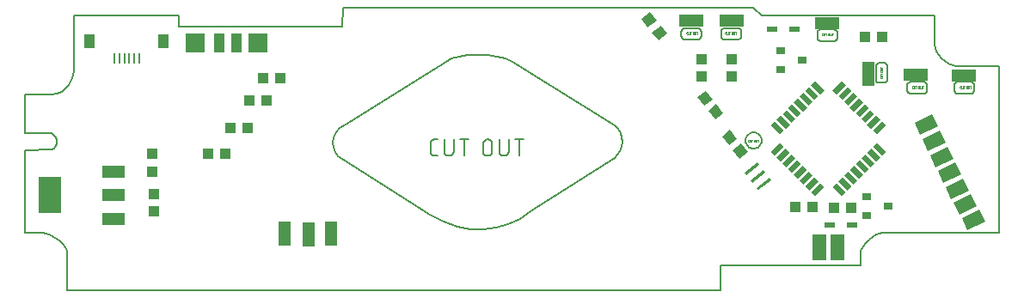
<source format=gtp>
G75*
%MOIN*%
%OFA0B0*%
%FSLAX25Y25*%
%IPPOS*%
%LPD*%
%AMOC8*
5,1,8,0,0,1.08239X$1,22.5*
%
%ADD10C,0.00600*%
%ADD11C,0.00500*%
%ADD12C,0.00800*%
%ADD13C,0.00000*%
%ADD14R,0.03937X0.04331*%
%ADD15R,0.04252X0.04134*%
%ADD16R,0.04331X0.03937*%
%ADD17R,0.08800X0.04800*%
%ADD18R,0.08661X0.14173*%
%ADD19R,0.03543X0.03150*%
%ADD20R,0.09500X0.04500*%
%ADD21R,0.05400X0.10000*%
%ADD22R,0.04500X0.09500*%
%ADD23R,0.05157X0.07598*%
%ADD24R,0.04134X0.07677*%
%ADD25R,0.07677X0.07677*%
%ADD26R,0.05000X0.02200*%
%ADD27R,0.02200X0.05000*%
%ADD28R,0.06299X0.01181*%
%ADD29R,0.03937X0.02362*%
%ADD30R,0.00984X0.03937*%
%ADD31R,0.03937X0.05276*%
D10*
X0017703Y0038877D02*
X0017703Y0053068D01*
X0017473Y0054223D01*
X0016826Y0055511D01*
X0015826Y0056843D01*
X0014540Y0058131D01*
X0013031Y0059287D01*
X0011367Y0060221D01*
X0009609Y0060847D01*
X0007826Y0061075D01*
X0001300Y0061075D01*
X0001300Y0093285D01*
X0011489Y0093363D01*
X0012380Y0093845D01*
X0013016Y0094600D01*
X0013395Y0095536D01*
X0013520Y0096561D01*
X0013391Y0097585D01*
X0013008Y0098513D01*
X0012374Y0099256D01*
X0011489Y0099720D01*
X0001300Y0099735D01*
X0001300Y0114803D02*
X0011489Y0114803D01*
X0013651Y0115090D01*
X0015486Y0115887D01*
X0017005Y0117096D01*
X0018220Y0118620D01*
X0019144Y0120362D01*
X0019789Y0122225D01*
X0020167Y0124111D01*
X0020291Y0125924D01*
X0020291Y0145461D01*
X0060762Y0145461D02*
X0060762Y0141013D01*
X0124178Y0141164D01*
X0124439Y0148568D01*
X0283611Y0148568D01*
X0286803Y0145461D01*
X0353849Y0145461D01*
X0353872Y0134183D01*
X0354104Y0132969D01*
X0354668Y0131631D01*
X0355516Y0130256D01*
X0356599Y0128933D01*
X0357869Y0127750D01*
X0359276Y0126796D01*
X0360773Y0126160D01*
X0362309Y0125929D01*
X0362585Y0125935D01*
X0378794Y0125924D01*
X0378794Y0061075D01*
X0333600Y0061075D01*
X0332610Y0060907D01*
X0331351Y0060421D01*
X0329946Y0059641D01*
X0328519Y0058595D01*
X0327194Y0057307D01*
X0326094Y0055804D01*
X0325344Y0054111D01*
X0325066Y0052254D01*
X0325066Y0048361D01*
X0270858Y0048361D01*
X0270858Y0038877D01*
X0017703Y0038877D01*
X0122690Y0090966D02*
X0124225Y0089783D01*
X0158265Y0068189D01*
X0163523Y0065449D01*
X0168754Y0063607D01*
X0173919Y0062628D01*
X0178974Y0062478D01*
X0183880Y0063119D01*
X0188596Y0064518D01*
X0193079Y0066639D01*
X0197289Y0069447D01*
X0229895Y0090159D01*
X0230978Y0091402D01*
X0231843Y0092915D01*
X0232442Y0094612D01*
X0232729Y0096404D01*
X0232659Y0098204D01*
X0232183Y0099923D01*
X0231257Y0101475D01*
X0229833Y0102771D01*
X0190100Y0127595D01*
X0187592Y0128804D01*
X0184372Y0129643D01*
X0180700Y0130126D01*
X0176836Y0130263D01*
X0173041Y0130067D01*
X0169574Y0129549D01*
X0166698Y0128721D01*
X0164671Y0127595D01*
X0125405Y0103236D01*
X0123317Y0101738D01*
X0121857Y0099993D01*
X0120989Y0098097D01*
X0120674Y0096150D01*
X0120878Y0094247D01*
X0121562Y0092486D01*
X0122690Y0090966D01*
X0158497Y0092431D02*
X0158497Y0095986D01*
X0158499Y0096060D01*
X0158505Y0096135D01*
X0158515Y0096208D01*
X0158528Y0096282D01*
X0158545Y0096354D01*
X0158567Y0096425D01*
X0158591Y0096496D01*
X0158620Y0096564D01*
X0158652Y0096632D01*
X0158688Y0096697D01*
X0158726Y0096760D01*
X0158769Y0096822D01*
X0158814Y0096881D01*
X0158862Y0096937D01*
X0158913Y0096992D01*
X0158967Y0097043D01*
X0159024Y0097091D01*
X0159083Y0097136D01*
X0159145Y0097179D01*
X0159208Y0097217D01*
X0159273Y0097253D01*
X0159341Y0097285D01*
X0159409Y0097314D01*
X0159480Y0097338D01*
X0159551Y0097360D01*
X0159623Y0097377D01*
X0159697Y0097390D01*
X0159770Y0097400D01*
X0159845Y0097406D01*
X0159919Y0097408D01*
X0161341Y0097408D01*
X0163846Y0097408D02*
X0163846Y0092786D01*
X0163848Y0092703D01*
X0163854Y0092620D01*
X0163864Y0092537D01*
X0163877Y0092454D01*
X0163895Y0092373D01*
X0163916Y0092292D01*
X0163941Y0092213D01*
X0163970Y0092135D01*
X0164002Y0092058D01*
X0164038Y0091983D01*
X0164077Y0091909D01*
X0164120Y0091838D01*
X0164166Y0091768D01*
X0164216Y0091701D01*
X0164268Y0091636D01*
X0164323Y0091574D01*
X0164382Y0091514D01*
X0164443Y0091457D01*
X0164506Y0091403D01*
X0164572Y0091352D01*
X0164641Y0091305D01*
X0164711Y0091260D01*
X0164784Y0091219D01*
X0164858Y0091182D01*
X0164934Y0091147D01*
X0165012Y0091117D01*
X0165090Y0091090D01*
X0165171Y0091067D01*
X0165252Y0091047D01*
X0165334Y0091032D01*
X0165416Y0091020D01*
X0165499Y0091012D01*
X0165582Y0091008D01*
X0165666Y0091008D01*
X0165749Y0091012D01*
X0165832Y0091020D01*
X0165914Y0091032D01*
X0165996Y0091047D01*
X0166077Y0091067D01*
X0166158Y0091090D01*
X0166236Y0091117D01*
X0166314Y0091147D01*
X0166390Y0091182D01*
X0166464Y0091219D01*
X0166537Y0091260D01*
X0166607Y0091305D01*
X0166676Y0091352D01*
X0166742Y0091403D01*
X0166805Y0091457D01*
X0166866Y0091514D01*
X0166925Y0091574D01*
X0166980Y0091636D01*
X0167032Y0091701D01*
X0167082Y0091768D01*
X0167128Y0091838D01*
X0167171Y0091909D01*
X0167210Y0091983D01*
X0167246Y0092058D01*
X0167278Y0092135D01*
X0167307Y0092213D01*
X0167332Y0092292D01*
X0167353Y0092373D01*
X0167371Y0092454D01*
X0167384Y0092537D01*
X0167394Y0092620D01*
X0167400Y0092703D01*
X0167402Y0092786D01*
X0167401Y0092786D02*
X0167401Y0097408D01*
X0169795Y0097408D02*
X0173350Y0097408D01*
X0171573Y0097408D02*
X0171573Y0091008D01*
X0178821Y0092786D02*
X0178821Y0095631D01*
X0178820Y0095631D02*
X0178822Y0095714D01*
X0178828Y0095797D01*
X0178838Y0095880D01*
X0178851Y0095963D01*
X0178869Y0096044D01*
X0178890Y0096125D01*
X0178915Y0096204D01*
X0178944Y0096282D01*
X0178976Y0096359D01*
X0179012Y0096434D01*
X0179051Y0096508D01*
X0179094Y0096579D01*
X0179140Y0096649D01*
X0179190Y0096716D01*
X0179242Y0096781D01*
X0179297Y0096843D01*
X0179356Y0096903D01*
X0179417Y0096960D01*
X0179480Y0097014D01*
X0179546Y0097065D01*
X0179615Y0097112D01*
X0179685Y0097157D01*
X0179758Y0097198D01*
X0179832Y0097235D01*
X0179908Y0097270D01*
X0179986Y0097300D01*
X0180064Y0097327D01*
X0180145Y0097350D01*
X0180226Y0097370D01*
X0180308Y0097385D01*
X0180390Y0097397D01*
X0180473Y0097405D01*
X0180556Y0097409D01*
X0180640Y0097409D01*
X0180723Y0097405D01*
X0180806Y0097397D01*
X0180888Y0097385D01*
X0180970Y0097370D01*
X0181051Y0097350D01*
X0181132Y0097327D01*
X0181210Y0097300D01*
X0181288Y0097270D01*
X0181364Y0097235D01*
X0181438Y0097198D01*
X0181511Y0097157D01*
X0181581Y0097112D01*
X0181650Y0097065D01*
X0181716Y0097014D01*
X0181779Y0096960D01*
X0181840Y0096903D01*
X0181899Y0096843D01*
X0181954Y0096781D01*
X0182006Y0096716D01*
X0182056Y0096649D01*
X0182102Y0096579D01*
X0182145Y0096508D01*
X0182184Y0096434D01*
X0182220Y0096359D01*
X0182252Y0096282D01*
X0182281Y0096204D01*
X0182306Y0096125D01*
X0182327Y0096044D01*
X0182345Y0095963D01*
X0182358Y0095880D01*
X0182368Y0095797D01*
X0182374Y0095714D01*
X0182376Y0095631D01*
X0182376Y0092786D01*
X0182374Y0092703D01*
X0182368Y0092620D01*
X0182358Y0092537D01*
X0182345Y0092454D01*
X0182327Y0092373D01*
X0182306Y0092292D01*
X0182281Y0092213D01*
X0182252Y0092135D01*
X0182220Y0092058D01*
X0182184Y0091983D01*
X0182145Y0091909D01*
X0182102Y0091838D01*
X0182056Y0091768D01*
X0182006Y0091701D01*
X0181954Y0091636D01*
X0181899Y0091574D01*
X0181840Y0091514D01*
X0181779Y0091457D01*
X0181716Y0091403D01*
X0181650Y0091352D01*
X0181581Y0091305D01*
X0181511Y0091260D01*
X0181438Y0091219D01*
X0181364Y0091182D01*
X0181288Y0091147D01*
X0181210Y0091117D01*
X0181132Y0091090D01*
X0181051Y0091067D01*
X0180970Y0091047D01*
X0180888Y0091032D01*
X0180806Y0091020D01*
X0180723Y0091012D01*
X0180640Y0091008D01*
X0180556Y0091008D01*
X0180473Y0091012D01*
X0180390Y0091020D01*
X0180308Y0091032D01*
X0180226Y0091047D01*
X0180145Y0091067D01*
X0180064Y0091090D01*
X0179986Y0091117D01*
X0179908Y0091147D01*
X0179832Y0091182D01*
X0179758Y0091219D01*
X0179685Y0091260D01*
X0179615Y0091305D01*
X0179546Y0091352D01*
X0179480Y0091403D01*
X0179417Y0091457D01*
X0179356Y0091514D01*
X0179297Y0091574D01*
X0179242Y0091636D01*
X0179190Y0091701D01*
X0179140Y0091768D01*
X0179094Y0091838D01*
X0179051Y0091909D01*
X0179012Y0091983D01*
X0178976Y0092058D01*
X0178944Y0092135D01*
X0178915Y0092213D01*
X0178890Y0092292D01*
X0178869Y0092373D01*
X0178851Y0092454D01*
X0178838Y0092537D01*
X0178828Y0092620D01*
X0178822Y0092703D01*
X0178820Y0092786D01*
X0185180Y0092786D02*
X0185180Y0097408D01*
X0188735Y0097408D02*
X0188735Y0092786D01*
X0188736Y0092786D02*
X0188734Y0092703D01*
X0188728Y0092620D01*
X0188718Y0092537D01*
X0188705Y0092454D01*
X0188687Y0092373D01*
X0188666Y0092292D01*
X0188641Y0092213D01*
X0188612Y0092135D01*
X0188580Y0092058D01*
X0188544Y0091983D01*
X0188505Y0091909D01*
X0188462Y0091838D01*
X0188416Y0091768D01*
X0188366Y0091701D01*
X0188314Y0091636D01*
X0188259Y0091574D01*
X0188200Y0091514D01*
X0188139Y0091457D01*
X0188076Y0091403D01*
X0188010Y0091352D01*
X0187941Y0091305D01*
X0187871Y0091260D01*
X0187798Y0091219D01*
X0187724Y0091182D01*
X0187648Y0091147D01*
X0187570Y0091117D01*
X0187492Y0091090D01*
X0187411Y0091067D01*
X0187330Y0091047D01*
X0187248Y0091032D01*
X0187166Y0091020D01*
X0187083Y0091012D01*
X0187000Y0091008D01*
X0186916Y0091008D01*
X0186833Y0091012D01*
X0186750Y0091020D01*
X0186668Y0091032D01*
X0186586Y0091047D01*
X0186505Y0091067D01*
X0186424Y0091090D01*
X0186346Y0091117D01*
X0186268Y0091147D01*
X0186192Y0091182D01*
X0186118Y0091219D01*
X0186045Y0091260D01*
X0185975Y0091305D01*
X0185906Y0091352D01*
X0185840Y0091403D01*
X0185777Y0091457D01*
X0185716Y0091514D01*
X0185657Y0091574D01*
X0185602Y0091636D01*
X0185550Y0091701D01*
X0185500Y0091768D01*
X0185454Y0091838D01*
X0185411Y0091909D01*
X0185372Y0091983D01*
X0185336Y0092058D01*
X0185304Y0092135D01*
X0185275Y0092213D01*
X0185250Y0092292D01*
X0185229Y0092373D01*
X0185211Y0092454D01*
X0185198Y0092537D01*
X0185188Y0092620D01*
X0185182Y0092703D01*
X0185180Y0092786D01*
X0191129Y0097408D02*
X0194684Y0097408D01*
X0192907Y0097408D02*
X0192907Y0091008D01*
X0161341Y0091008D02*
X0159919Y0091008D01*
X0159919Y0091009D02*
X0159845Y0091011D01*
X0159770Y0091017D01*
X0159697Y0091027D01*
X0159623Y0091040D01*
X0159551Y0091057D01*
X0159480Y0091079D01*
X0159409Y0091103D01*
X0159341Y0091132D01*
X0159273Y0091164D01*
X0159208Y0091200D01*
X0159145Y0091238D01*
X0159083Y0091281D01*
X0159024Y0091326D01*
X0158967Y0091374D01*
X0158913Y0091425D01*
X0158862Y0091479D01*
X0158814Y0091536D01*
X0158769Y0091595D01*
X0158726Y0091657D01*
X0158688Y0091720D01*
X0158652Y0091785D01*
X0158620Y0091853D01*
X0158591Y0091921D01*
X0158567Y0091992D01*
X0158545Y0092063D01*
X0158528Y0092135D01*
X0158515Y0092209D01*
X0158505Y0092282D01*
X0158499Y0092357D01*
X0158497Y0092431D01*
X0255811Y0136897D02*
X0255734Y0137142D01*
X0255707Y0137405D01*
X0255707Y0139289D01*
X0255734Y0139552D01*
X0255811Y0139797D01*
X0255931Y0140020D01*
X0256092Y0140213D01*
X0256285Y0140374D01*
X0256508Y0140495D01*
X0256753Y0140571D01*
X0257016Y0140598D01*
X0262092Y0140598D01*
X0262355Y0140571D01*
X0262600Y0140495D01*
X0262822Y0140374D01*
X0263016Y0140213D01*
X0263176Y0140020D01*
X0263297Y0139797D01*
X0263374Y0139552D01*
X0263400Y0139289D01*
X0263400Y0137405D01*
X0263374Y0137142D01*
X0263297Y0136897D01*
X0263176Y0136675D01*
X0263016Y0136481D01*
X0262822Y0136321D01*
X0262600Y0136200D01*
X0262355Y0136123D01*
X0262092Y0136097D01*
X0257016Y0136097D01*
X0256753Y0136123D01*
X0256508Y0136200D01*
X0256285Y0136321D01*
X0256092Y0136481D01*
X0255931Y0136675D01*
X0255811Y0136897D01*
X0271135Y0137405D02*
X0271135Y0139289D01*
X0271162Y0139552D01*
X0271239Y0139797D01*
X0271359Y0140020D01*
X0271520Y0140213D01*
X0271713Y0140374D01*
X0271935Y0140495D01*
X0272181Y0140571D01*
X0272443Y0140598D01*
X0277520Y0140598D01*
X0277783Y0140571D01*
X0278028Y0140495D01*
X0278250Y0140374D01*
X0278444Y0140213D01*
X0278604Y0140020D01*
X0278725Y0139797D01*
X0278802Y0139552D01*
X0278828Y0139289D01*
X0278828Y0137405D01*
X0278802Y0137142D01*
X0278725Y0136897D01*
X0278604Y0136675D01*
X0278444Y0136481D01*
X0278250Y0136321D01*
X0278028Y0136200D01*
X0277783Y0136123D01*
X0277520Y0136097D01*
X0272443Y0136097D01*
X0272181Y0136123D01*
X0271935Y0136200D01*
X0271713Y0136321D01*
X0271520Y0136481D01*
X0271359Y0136675D01*
X0271239Y0136897D01*
X0271162Y0137142D01*
X0271135Y0137405D01*
X0308483Y0136890D02*
X0308483Y0138774D01*
X0308510Y0139037D01*
X0308587Y0139282D01*
X0308707Y0139504D01*
X0308868Y0139698D01*
X0309061Y0139858D01*
X0309283Y0139979D01*
X0309529Y0140056D01*
X0309791Y0140082D01*
X0314868Y0140082D01*
X0315131Y0140056D01*
X0315376Y0139979D01*
X0315598Y0139858D01*
X0315792Y0139698D01*
X0315952Y0139504D01*
X0316073Y0139282D01*
X0316150Y0139037D01*
X0316176Y0138774D01*
X0316176Y0136890D01*
X0316150Y0136627D01*
X0316073Y0136382D01*
X0315952Y0136160D01*
X0315792Y0135966D01*
X0315598Y0135806D01*
X0315376Y0135685D01*
X0315131Y0135608D01*
X0314868Y0135582D01*
X0309791Y0135582D01*
X0309529Y0135608D01*
X0309283Y0135685D01*
X0309061Y0135806D01*
X0308868Y0135966D01*
X0308707Y0136160D01*
X0308587Y0136382D01*
X0308510Y0136627D01*
X0308483Y0136890D01*
X0331167Y0126223D02*
X0331288Y0126445D01*
X0331448Y0126639D01*
X0331642Y0126799D01*
X0331865Y0126920D01*
X0332109Y0126996D01*
X0332372Y0127023D01*
X0334256Y0127023D01*
X0334519Y0126996D01*
X0334765Y0126920D01*
X0334987Y0126799D01*
X0335181Y0126639D01*
X0335341Y0126445D01*
X0335462Y0126223D01*
X0335538Y0125978D01*
X0335565Y0125715D01*
X0335565Y0120638D01*
X0335538Y0120375D01*
X0335462Y0120130D01*
X0335341Y0119908D01*
X0335181Y0119714D01*
X0334987Y0119554D01*
X0334765Y0119433D01*
X0334519Y0119357D01*
X0334256Y0119330D01*
X0332372Y0119330D01*
X0332109Y0119357D01*
X0331865Y0119433D01*
X0331642Y0119554D01*
X0331448Y0119714D01*
X0331288Y0119908D01*
X0331167Y0120130D01*
X0331091Y0120375D01*
X0331064Y0120638D01*
X0331064Y0125715D01*
X0331091Y0125978D01*
X0331167Y0126223D01*
X0343477Y0119106D02*
X0343637Y0119300D01*
X0343831Y0119460D01*
X0344053Y0119581D01*
X0344298Y0119658D01*
X0344561Y0119684D01*
X0349637Y0119684D01*
X0349900Y0119658D01*
X0350145Y0119581D01*
X0350368Y0119460D01*
X0350561Y0119300D01*
X0350722Y0119106D01*
X0350843Y0118884D01*
X0350919Y0118639D01*
X0350946Y0118376D01*
X0350946Y0116492D01*
X0350919Y0116229D01*
X0350843Y0115984D01*
X0350722Y0115761D01*
X0350561Y0115567D01*
X0350368Y0115407D01*
X0350145Y0115286D01*
X0349900Y0115210D01*
X0349637Y0115183D01*
X0344561Y0115183D01*
X0344298Y0115210D01*
X0344053Y0115286D01*
X0343831Y0115407D01*
X0343637Y0115567D01*
X0343477Y0115761D01*
X0343356Y0115984D01*
X0343280Y0116229D01*
X0343253Y0116492D01*
X0343253Y0118376D01*
X0343280Y0118639D01*
X0343356Y0118884D01*
X0343477Y0119106D01*
X0361576Y0118376D02*
X0361576Y0116492D01*
X0361603Y0116229D01*
X0361680Y0115984D01*
X0361800Y0115761D01*
X0361961Y0115567D01*
X0362154Y0115407D01*
X0362377Y0115286D01*
X0362622Y0115210D01*
X0362885Y0115183D01*
X0367961Y0115183D01*
X0368224Y0115210D01*
X0368469Y0115286D01*
X0368691Y0115407D01*
X0368885Y0115567D01*
X0369045Y0115761D01*
X0369166Y0115984D01*
X0369243Y0116229D01*
X0369269Y0116492D01*
X0369269Y0118376D01*
X0369243Y0118639D01*
X0369166Y0118884D01*
X0369045Y0119106D01*
X0368885Y0119300D01*
X0368691Y0119460D01*
X0368469Y0119581D01*
X0368224Y0119658D01*
X0367961Y0119684D01*
X0362885Y0119684D01*
X0362622Y0119658D01*
X0362377Y0119581D01*
X0362154Y0119460D01*
X0361961Y0119300D01*
X0361800Y0119106D01*
X0361680Y0118884D01*
X0361603Y0118639D01*
X0361576Y0118376D01*
X0286760Y0097559D02*
X0286824Y0096924D01*
X0286764Y0097539D01*
X0286585Y0098129D01*
X0286294Y0098674D01*
X0285902Y0099151D01*
X0285425Y0099543D01*
X0284880Y0099834D01*
X0284289Y0100013D01*
X0283675Y0100074D01*
X0283060Y0100013D01*
X0282469Y0099834D01*
X0281925Y0099543D01*
X0281448Y0099151D01*
X0281056Y0098674D01*
X0280765Y0098129D01*
X0280586Y0097539D01*
X0280525Y0096924D01*
X0280586Y0096310D01*
X0280765Y0095719D01*
X0281056Y0095174D01*
X0281448Y0094697D01*
X0281925Y0094305D01*
X0282469Y0094014D01*
X0283060Y0093835D01*
X0283675Y0093774D01*
X0284289Y0093835D01*
X0284880Y0094014D01*
X0285425Y0094305D01*
X0285902Y0094697D01*
X0286294Y0095174D01*
X0286585Y0095719D01*
X0286764Y0096310D01*
X0286824Y0096924D01*
X0286760Y0096289D01*
X0286577Y0095698D01*
X0286287Y0095163D01*
X0285902Y0094697D01*
X0285436Y0094312D01*
X0284901Y0094022D01*
X0284309Y0093839D01*
X0283675Y0093774D01*
X0283040Y0093839D01*
X0282449Y0094022D01*
X0281914Y0094312D01*
X0281448Y0094697D01*
X0281063Y0095163D01*
X0280773Y0095698D01*
X0280589Y0096289D01*
X0280525Y0096924D01*
X0280589Y0097559D01*
X0280773Y0098150D01*
X0281063Y0098685D01*
X0281448Y0099151D01*
X0281914Y0099536D01*
X0282449Y0099826D01*
X0283040Y0100010D01*
X0283675Y0100074D01*
X0284309Y0100010D01*
X0284901Y0099826D01*
X0285436Y0099536D01*
X0285902Y0099151D01*
X0286287Y0098685D01*
X0286577Y0098150D01*
X0286760Y0097559D01*
D11*
X0001300Y0099735D02*
X0001300Y0114803D01*
D12*
X0020291Y0145461D02*
X0060762Y0145461D01*
D13*
X0257697Y0138831D02*
X0257697Y0138386D01*
X0257699Y0138361D01*
X0257704Y0138336D01*
X0257713Y0138312D01*
X0257725Y0138290D01*
X0257740Y0138269D01*
X0257758Y0138251D01*
X0257779Y0138236D01*
X0257801Y0138224D01*
X0257825Y0138215D01*
X0257850Y0138210D01*
X0257875Y0138208D01*
X0258052Y0138208D01*
X0258322Y0138431D02*
X0258322Y0139008D01*
X0258052Y0139008D02*
X0257875Y0139008D01*
X0257875Y0139009D02*
X0257850Y0139007D01*
X0257825Y0139002D01*
X0257801Y0138993D01*
X0257779Y0138981D01*
X0257758Y0138966D01*
X0257740Y0138948D01*
X0257725Y0138927D01*
X0257713Y0138905D01*
X0257704Y0138881D01*
X0257699Y0138856D01*
X0257697Y0138831D01*
X0258322Y0138431D02*
X0258324Y0138402D01*
X0258330Y0138374D01*
X0258339Y0138346D01*
X0258352Y0138320D01*
X0258368Y0138296D01*
X0258387Y0138274D01*
X0258409Y0138255D01*
X0258433Y0138239D01*
X0258459Y0138226D01*
X0258487Y0138217D01*
X0258515Y0138211D01*
X0258544Y0138209D01*
X0258573Y0138211D01*
X0258601Y0138217D01*
X0258629Y0138226D01*
X0258655Y0138239D01*
X0258679Y0138255D01*
X0258701Y0138274D01*
X0258720Y0138296D01*
X0258736Y0138320D01*
X0258749Y0138346D01*
X0258758Y0138374D01*
X0258764Y0138402D01*
X0258766Y0138431D01*
X0258766Y0139008D01*
X0259018Y0139008D02*
X0259462Y0139008D01*
X0259240Y0139008D02*
X0259240Y0138208D01*
X0260074Y0138431D02*
X0260074Y0138786D01*
X0260076Y0138815D01*
X0260082Y0138843D01*
X0260091Y0138871D01*
X0260104Y0138897D01*
X0260120Y0138921D01*
X0260139Y0138943D01*
X0260161Y0138962D01*
X0260185Y0138978D01*
X0260211Y0138991D01*
X0260239Y0139000D01*
X0260267Y0139006D01*
X0260296Y0139008D01*
X0260325Y0139006D01*
X0260353Y0139000D01*
X0260381Y0138991D01*
X0260407Y0138978D01*
X0260431Y0138962D01*
X0260453Y0138943D01*
X0260472Y0138921D01*
X0260488Y0138897D01*
X0260501Y0138871D01*
X0260510Y0138843D01*
X0260516Y0138815D01*
X0260518Y0138786D01*
X0260518Y0138431D01*
X0260516Y0138402D01*
X0260510Y0138374D01*
X0260501Y0138346D01*
X0260488Y0138320D01*
X0260472Y0138296D01*
X0260453Y0138274D01*
X0260431Y0138255D01*
X0260407Y0138239D01*
X0260381Y0138226D01*
X0260353Y0138217D01*
X0260325Y0138211D01*
X0260296Y0138209D01*
X0260267Y0138211D01*
X0260239Y0138217D01*
X0260211Y0138226D01*
X0260185Y0138239D01*
X0260161Y0138255D01*
X0260139Y0138274D01*
X0260120Y0138296D01*
X0260104Y0138320D01*
X0260091Y0138346D01*
X0260082Y0138374D01*
X0260076Y0138402D01*
X0260074Y0138431D01*
X0260818Y0138431D02*
X0260818Y0139008D01*
X0261262Y0139008D02*
X0261262Y0138431D01*
X0261260Y0138402D01*
X0261254Y0138374D01*
X0261245Y0138346D01*
X0261232Y0138320D01*
X0261216Y0138296D01*
X0261197Y0138274D01*
X0261175Y0138255D01*
X0261151Y0138239D01*
X0261125Y0138226D01*
X0261097Y0138217D01*
X0261069Y0138211D01*
X0261040Y0138209D01*
X0261011Y0138211D01*
X0260983Y0138217D01*
X0260955Y0138226D01*
X0260929Y0138239D01*
X0260905Y0138255D01*
X0260883Y0138274D01*
X0260864Y0138296D01*
X0260848Y0138320D01*
X0260835Y0138346D01*
X0260826Y0138374D01*
X0260820Y0138402D01*
X0260818Y0138431D01*
X0261514Y0139008D02*
X0261958Y0139008D01*
X0261736Y0139008D02*
X0261736Y0138208D01*
X0272697Y0138386D02*
X0272697Y0138831D01*
X0272699Y0138856D01*
X0272704Y0138881D01*
X0272713Y0138905D01*
X0272725Y0138927D01*
X0272740Y0138948D01*
X0272758Y0138966D01*
X0272779Y0138981D01*
X0272801Y0138993D01*
X0272825Y0139002D01*
X0272850Y0139007D01*
X0272875Y0139009D01*
X0272875Y0139008D02*
X0273052Y0139008D01*
X0273322Y0139008D02*
X0273322Y0138431D01*
X0273324Y0138402D01*
X0273330Y0138374D01*
X0273339Y0138346D01*
X0273352Y0138320D01*
X0273368Y0138296D01*
X0273387Y0138274D01*
X0273409Y0138255D01*
X0273433Y0138239D01*
X0273459Y0138226D01*
X0273487Y0138217D01*
X0273515Y0138211D01*
X0273544Y0138209D01*
X0273573Y0138211D01*
X0273601Y0138217D01*
X0273629Y0138226D01*
X0273655Y0138239D01*
X0273679Y0138255D01*
X0273701Y0138274D01*
X0273720Y0138296D01*
X0273736Y0138320D01*
X0273749Y0138346D01*
X0273758Y0138374D01*
X0273764Y0138402D01*
X0273766Y0138431D01*
X0273766Y0139008D01*
X0274018Y0139008D02*
X0274462Y0139008D01*
X0274240Y0139008D02*
X0274240Y0138208D01*
X0275074Y0138431D02*
X0275074Y0138786D01*
X0275076Y0138815D01*
X0275082Y0138843D01*
X0275091Y0138871D01*
X0275104Y0138897D01*
X0275120Y0138921D01*
X0275139Y0138943D01*
X0275161Y0138962D01*
X0275185Y0138978D01*
X0275211Y0138991D01*
X0275239Y0139000D01*
X0275267Y0139006D01*
X0275296Y0139008D01*
X0275325Y0139006D01*
X0275353Y0139000D01*
X0275381Y0138991D01*
X0275407Y0138978D01*
X0275431Y0138962D01*
X0275453Y0138943D01*
X0275472Y0138921D01*
X0275488Y0138897D01*
X0275501Y0138871D01*
X0275510Y0138843D01*
X0275516Y0138815D01*
X0275518Y0138786D01*
X0275518Y0138431D01*
X0275516Y0138402D01*
X0275510Y0138374D01*
X0275501Y0138346D01*
X0275488Y0138320D01*
X0275472Y0138296D01*
X0275453Y0138274D01*
X0275431Y0138255D01*
X0275407Y0138239D01*
X0275381Y0138226D01*
X0275353Y0138217D01*
X0275325Y0138211D01*
X0275296Y0138209D01*
X0275267Y0138211D01*
X0275239Y0138217D01*
X0275211Y0138226D01*
X0275185Y0138239D01*
X0275161Y0138255D01*
X0275139Y0138274D01*
X0275120Y0138296D01*
X0275104Y0138320D01*
X0275091Y0138346D01*
X0275082Y0138374D01*
X0275076Y0138402D01*
X0275074Y0138431D01*
X0275818Y0138431D02*
X0275818Y0139008D01*
X0276262Y0139008D02*
X0276262Y0138431D01*
X0276260Y0138402D01*
X0276254Y0138374D01*
X0276245Y0138346D01*
X0276232Y0138320D01*
X0276216Y0138296D01*
X0276197Y0138274D01*
X0276175Y0138255D01*
X0276151Y0138239D01*
X0276125Y0138226D01*
X0276097Y0138217D01*
X0276069Y0138211D01*
X0276040Y0138209D01*
X0276011Y0138211D01*
X0275983Y0138217D01*
X0275955Y0138226D01*
X0275929Y0138239D01*
X0275905Y0138255D01*
X0275883Y0138274D01*
X0275864Y0138296D01*
X0275848Y0138320D01*
X0275835Y0138346D01*
X0275826Y0138374D01*
X0275820Y0138402D01*
X0275818Y0138431D01*
X0276514Y0139008D02*
X0276958Y0139008D01*
X0276736Y0139008D02*
X0276736Y0138208D01*
X0273052Y0138208D02*
X0272875Y0138208D01*
X0272850Y0138210D01*
X0272825Y0138215D01*
X0272801Y0138224D01*
X0272779Y0138236D01*
X0272758Y0138251D01*
X0272740Y0138269D01*
X0272725Y0138290D01*
X0272713Y0138312D01*
X0272704Y0138336D01*
X0272699Y0138361D01*
X0272697Y0138386D01*
X0310197Y0138331D02*
X0310197Y0137886D01*
X0310199Y0137861D01*
X0310204Y0137836D01*
X0310213Y0137812D01*
X0310225Y0137790D01*
X0310240Y0137769D01*
X0310258Y0137751D01*
X0310279Y0137736D01*
X0310301Y0137724D01*
X0310325Y0137715D01*
X0310350Y0137710D01*
X0310375Y0137708D01*
X0310552Y0137708D01*
X0310822Y0137931D02*
X0310822Y0138508D01*
X0310552Y0138508D02*
X0310375Y0138508D01*
X0310375Y0138509D02*
X0310350Y0138507D01*
X0310325Y0138502D01*
X0310301Y0138493D01*
X0310279Y0138481D01*
X0310258Y0138466D01*
X0310240Y0138448D01*
X0310225Y0138427D01*
X0310213Y0138405D01*
X0310204Y0138381D01*
X0310199Y0138356D01*
X0310197Y0138331D01*
X0310822Y0137931D02*
X0310824Y0137902D01*
X0310830Y0137874D01*
X0310839Y0137846D01*
X0310852Y0137820D01*
X0310868Y0137796D01*
X0310887Y0137774D01*
X0310909Y0137755D01*
X0310933Y0137739D01*
X0310959Y0137726D01*
X0310987Y0137717D01*
X0311015Y0137711D01*
X0311044Y0137709D01*
X0311073Y0137711D01*
X0311101Y0137717D01*
X0311129Y0137726D01*
X0311155Y0137739D01*
X0311179Y0137755D01*
X0311201Y0137774D01*
X0311220Y0137796D01*
X0311236Y0137820D01*
X0311249Y0137846D01*
X0311258Y0137874D01*
X0311264Y0137902D01*
X0311266Y0137931D01*
X0311266Y0138508D01*
X0311518Y0138508D02*
X0311962Y0138508D01*
X0311740Y0138508D02*
X0311740Y0137708D01*
X0312574Y0137931D02*
X0312574Y0138286D01*
X0312576Y0138315D01*
X0312582Y0138343D01*
X0312591Y0138371D01*
X0312604Y0138397D01*
X0312620Y0138421D01*
X0312639Y0138443D01*
X0312661Y0138462D01*
X0312685Y0138478D01*
X0312711Y0138491D01*
X0312739Y0138500D01*
X0312767Y0138506D01*
X0312796Y0138508D01*
X0312825Y0138506D01*
X0312853Y0138500D01*
X0312881Y0138491D01*
X0312907Y0138478D01*
X0312931Y0138462D01*
X0312953Y0138443D01*
X0312972Y0138421D01*
X0312988Y0138397D01*
X0313001Y0138371D01*
X0313010Y0138343D01*
X0313016Y0138315D01*
X0313018Y0138286D01*
X0313018Y0137931D01*
X0313016Y0137902D01*
X0313010Y0137874D01*
X0313001Y0137846D01*
X0312988Y0137820D01*
X0312972Y0137796D01*
X0312953Y0137774D01*
X0312931Y0137755D01*
X0312907Y0137739D01*
X0312881Y0137726D01*
X0312853Y0137717D01*
X0312825Y0137711D01*
X0312796Y0137709D01*
X0312767Y0137711D01*
X0312739Y0137717D01*
X0312711Y0137726D01*
X0312685Y0137739D01*
X0312661Y0137755D01*
X0312639Y0137774D01*
X0312620Y0137796D01*
X0312604Y0137820D01*
X0312591Y0137846D01*
X0312582Y0137874D01*
X0312576Y0137902D01*
X0312574Y0137931D01*
X0313318Y0137931D02*
X0313318Y0138508D01*
X0313762Y0138508D02*
X0313762Y0137931D01*
X0313760Y0137902D01*
X0313754Y0137874D01*
X0313745Y0137846D01*
X0313732Y0137820D01*
X0313716Y0137796D01*
X0313697Y0137774D01*
X0313675Y0137755D01*
X0313651Y0137739D01*
X0313625Y0137726D01*
X0313597Y0137717D01*
X0313569Y0137711D01*
X0313540Y0137709D01*
X0313511Y0137711D01*
X0313483Y0137717D01*
X0313455Y0137726D01*
X0313429Y0137739D01*
X0313405Y0137755D01*
X0313383Y0137774D01*
X0313364Y0137796D01*
X0313348Y0137820D01*
X0313335Y0137846D01*
X0313326Y0137874D01*
X0313320Y0137902D01*
X0313318Y0137931D01*
X0314014Y0138508D02*
X0314458Y0138508D01*
X0314236Y0138508D02*
X0314236Y0137708D01*
X0332897Y0125470D02*
X0332897Y0125025D01*
X0332897Y0125248D02*
X0333697Y0125248D01*
X0333475Y0124774D02*
X0332897Y0124774D01*
X0332897Y0124329D02*
X0333475Y0124329D01*
X0333475Y0124330D02*
X0333504Y0124332D01*
X0333532Y0124338D01*
X0333560Y0124347D01*
X0333586Y0124360D01*
X0333610Y0124376D01*
X0333632Y0124395D01*
X0333651Y0124417D01*
X0333667Y0124441D01*
X0333680Y0124467D01*
X0333689Y0124495D01*
X0333695Y0124523D01*
X0333697Y0124552D01*
X0333695Y0124581D01*
X0333689Y0124609D01*
X0333680Y0124637D01*
X0333667Y0124663D01*
X0333651Y0124687D01*
X0333632Y0124709D01*
X0333610Y0124728D01*
X0333586Y0124744D01*
X0333560Y0124757D01*
X0333532Y0124766D01*
X0333504Y0124772D01*
X0333475Y0124774D01*
X0333475Y0124030D02*
X0333119Y0124030D01*
X0333090Y0124028D01*
X0333062Y0124022D01*
X0333034Y0124013D01*
X0333008Y0124000D01*
X0332984Y0123984D01*
X0332962Y0123965D01*
X0332943Y0123943D01*
X0332927Y0123919D01*
X0332914Y0123893D01*
X0332905Y0123865D01*
X0332899Y0123837D01*
X0332897Y0123808D01*
X0332899Y0123779D01*
X0332905Y0123751D01*
X0332914Y0123723D01*
X0332927Y0123697D01*
X0332943Y0123673D01*
X0332962Y0123651D01*
X0332984Y0123632D01*
X0333008Y0123616D01*
X0333034Y0123603D01*
X0333062Y0123594D01*
X0333090Y0123588D01*
X0333119Y0123586D01*
X0333119Y0123585D02*
X0333475Y0123585D01*
X0333475Y0123586D02*
X0333504Y0123588D01*
X0333532Y0123594D01*
X0333560Y0123603D01*
X0333586Y0123616D01*
X0333610Y0123632D01*
X0333632Y0123651D01*
X0333651Y0123673D01*
X0333667Y0123697D01*
X0333680Y0123723D01*
X0333689Y0123751D01*
X0333695Y0123779D01*
X0333697Y0123808D01*
X0333695Y0123837D01*
X0333689Y0123865D01*
X0333680Y0123893D01*
X0333667Y0123919D01*
X0333651Y0123943D01*
X0333632Y0123965D01*
X0333610Y0123984D01*
X0333586Y0124000D01*
X0333560Y0124013D01*
X0333532Y0124022D01*
X0333504Y0124028D01*
X0333475Y0124030D01*
X0332897Y0122974D02*
X0332897Y0122529D01*
X0332897Y0122752D02*
X0333697Y0122752D01*
X0333475Y0122278D02*
X0332897Y0122278D01*
X0332897Y0121833D02*
X0333475Y0121833D01*
X0333475Y0121834D02*
X0333504Y0121836D01*
X0333532Y0121842D01*
X0333560Y0121851D01*
X0333586Y0121864D01*
X0333610Y0121880D01*
X0333632Y0121899D01*
X0333651Y0121921D01*
X0333667Y0121945D01*
X0333680Y0121971D01*
X0333689Y0121999D01*
X0333695Y0122027D01*
X0333697Y0122056D01*
X0333695Y0122085D01*
X0333689Y0122113D01*
X0333680Y0122141D01*
X0333667Y0122167D01*
X0333651Y0122191D01*
X0333632Y0122213D01*
X0333610Y0122232D01*
X0333586Y0122248D01*
X0333560Y0122261D01*
X0333532Y0122270D01*
X0333504Y0122276D01*
X0333475Y0122278D01*
X0333697Y0121564D02*
X0333697Y0121386D01*
X0333695Y0121361D01*
X0333690Y0121336D01*
X0333681Y0121312D01*
X0333669Y0121290D01*
X0333654Y0121269D01*
X0333636Y0121251D01*
X0333615Y0121236D01*
X0333593Y0121224D01*
X0333569Y0121215D01*
X0333544Y0121210D01*
X0333519Y0121208D01*
X0333075Y0121208D01*
X0333050Y0121210D01*
X0333025Y0121215D01*
X0333001Y0121224D01*
X0332979Y0121236D01*
X0332958Y0121251D01*
X0332940Y0121269D01*
X0332925Y0121290D01*
X0332913Y0121312D01*
X0332904Y0121336D01*
X0332899Y0121361D01*
X0332897Y0121386D01*
X0332897Y0121564D01*
X0345197Y0117831D02*
X0345197Y0117386D01*
X0345199Y0117361D01*
X0345204Y0117336D01*
X0345213Y0117312D01*
X0345225Y0117290D01*
X0345240Y0117269D01*
X0345258Y0117251D01*
X0345279Y0117236D01*
X0345301Y0117224D01*
X0345325Y0117215D01*
X0345350Y0117210D01*
X0345375Y0117208D01*
X0345552Y0117208D01*
X0345822Y0117431D02*
X0345822Y0118008D01*
X0345552Y0118008D02*
X0345375Y0118008D01*
X0345375Y0118009D02*
X0345350Y0118007D01*
X0345325Y0118002D01*
X0345301Y0117993D01*
X0345279Y0117981D01*
X0345258Y0117966D01*
X0345240Y0117948D01*
X0345225Y0117927D01*
X0345213Y0117905D01*
X0345204Y0117881D01*
X0345199Y0117856D01*
X0345197Y0117831D01*
X0345822Y0117431D02*
X0345824Y0117402D01*
X0345830Y0117374D01*
X0345839Y0117346D01*
X0345852Y0117320D01*
X0345868Y0117296D01*
X0345887Y0117274D01*
X0345909Y0117255D01*
X0345933Y0117239D01*
X0345959Y0117226D01*
X0345987Y0117217D01*
X0346015Y0117211D01*
X0346044Y0117209D01*
X0346073Y0117211D01*
X0346101Y0117217D01*
X0346129Y0117226D01*
X0346155Y0117239D01*
X0346179Y0117255D01*
X0346201Y0117274D01*
X0346220Y0117296D01*
X0346236Y0117320D01*
X0346249Y0117346D01*
X0346258Y0117374D01*
X0346264Y0117402D01*
X0346266Y0117431D01*
X0346266Y0118008D01*
X0346518Y0118008D02*
X0346962Y0118008D01*
X0346740Y0118008D02*
X0346740Y0117208D01*
X0347574Y0117431D02*
X0347574Y0117786D01*
X0347576Y0117815D01*
X0347582Y0117843D01*
X0347591Y0117871D01*
X0347604Y0117897D01*
X0347620Y0117921D01*
X0347639Y0117943D01*
X0347661Y0117962D01*
X0347685Y0117978D01*
X0347711Y0117991D01*
X0347739Y0118000D01*
X0347767Y0118006D01*
X0347796Y0118008D01*
X0347825Y0118006D01*
X0347853Y0118000D01*
X0347881Y0117991D01*
X0347907Y0117978D01*
X0347931Y0117962D01*
X0347953Y0117943D01*
X0347972Y0117921D01*
X0347988Y0117897D01*
X0348001Y0117871D01*
X0348010Y0117843D01*
X0348016Y0117815D01*
X0348018Y0117786D01*
X0348018Y0117431D01*
X0348016Y0117402D01*
X0348010Y0117374D01*
X0348001Y0117346D01*
X0347988Y0117320D01*
X0347972Y0117296D01*
X0347953Y0117274D01*
X0347931Y0117255D01*
X0347907Y0117239D01*
X0347881Y0117226D01*
X0347853Y0117217D01*
X0347825Y0117211D01*
X0347796Y0117209D01*
X0347767Y0117211D01*
X0347739Y0117217D01*
X0347711Y0117226D01*
X0347685Y0117239D01*
X0347661Y0117255D01*
X0347639Y0117274D01*
X0347620Y0117296D01*
X0347604Y0117320D01*
X0347591Y0117346D01*
X0347582Y0117374D01*
X0347576Y0117402D01*
X0347574Y0117431D01*
X0348318Y0117431D02*
X0348318Y0118008D01*
X0348762Y0118008D02*
X0348762Y0117431D01*
X0348760Y0117402D01*
X0348754Y0117374D01*
X0348745Y0117346D01*
X0348732Y0117320D01*
X0348716Y0117296D01*
X0348697Y0117274D01*
X0348675Y0117255D01*
X0348651Y0117239D01*
X0348625Y0117226D01*
X0348597Y0117217D01*
X0348569Y0117211D01*
X0348540Y0117209D01*
X0348511Y0117211D01*
X0348483Y0117217D01*
X0348455Y0117226D01*
X0348429Y0117239D01*
X0348405Y0117255D01*
X0348383Y0117274D01*
X0348364Y0117296D01*
X0348348Y0117320D01*
X0348335Y0117346D01*
X0348326Y0117374D01*
X0348320Y0117402D01*
X0348318Y0117431D01*
X0349014Y0118008D02*
X0349458Y0118008D01*
X0349236Y0118008D02*
X0349236Y0117208D01*
X0363697Y0117386D02*
X0363697Y0117831D01*
X0363699Y0117856D01*
X0363704Y0117881D01*
X0363713Y0117905D01*
X0363725Y0117927D01*
X0363740Y0117948D01*
X0363758Y0117966D01*
X0363779Y0117981D01*
X0363801Y0117993D01*
X0363825Y0118002D01*
X0363850Y0118007D01*
X0363875Y0118009D01*
X0363875Y0118008D02*
X0364052Y0118008D01*
X0364322Y0118008D02*
X0364322Y0117431D01*
X0364324Y0117402D01*
X0364330Y0117374D01*
X0364339Y0117346D01*
X0364352Y0117320D01*
X0364368Y0117296D01*
X0364387Y0117274D01*
X0364409Y0117255D01*
X0364433Y0117239D01*
X0364459Y0117226D01*
X0364487Y0117217D01*
X0364515Y0117211D01*
X0364544Y0117209D01*
X0364573Y0117211D01*
X0364601Y0117217D01*
X0364629Y0117226D01*
X0364655Y0117239D01*
X0364679Y0117255D01*
X0364701Y0117274D01*
X0364720Y0117296D01*
X0364736Y0117320D01*
X0364749Y0117346D01*
X0364758Y0117374D01*
X0364764Y0117402D01*
X0364766Y0117431D01*
X0364766Y0118008D01*
X0365018Y0118008D02*
X0365462Y0118008D01*
X0365240Y0118008D02*
X0365240Y0117208D01*
X0366074Y0117431D02*
X0366074Y0117786D01*
X0366076Y0117815D01*
X0366082Y0117843D01*
X0366091Y0117871D01*
X0366104Y0117897D01*
X0366120Y0117921D01*
X0366139Y0117943D01*
X0366161Y0117962D01*
X0366185Y0117978D01*
X0366211Y0117991D01*
X0366239Y0118000D01*
X0366267Y0118006D01*
X0366296Y0118008D01*
X0366325Y0118006D01*
X0366353Y0118000D01*
X0366381Y0117991D01*
X0366407Y0117978D01*
X0366431Y0117962D01*
X0366453Y0117943D01*
X0366472Y0117921D01*
X0366488Y0117897D01*
X0366501Y0117871D01*
X0366510Y0117843D01*
X0366516Y0117815D01*
X0366518Y0117786D01*
X0366518Y0117431D01*
X0366516Y0117402D01*
X0366510Y0117374D01*
X0366501Y0117346D01*
X0366488Y0117320D01*
X0366472Y0117296D01*
X0366453Y0117274D01*
X0366431Y0117255D01*
X0366407Y0117239D01*
X0366381Y0117226D01*
X0366353Y0117217D01*
X0366325Y0117211D01*
X0366296Y0117209D01*
X0366267Y0117211D01*
X0366239Y0117217D01*
X0366211Y0117226D01*
X0366185Y0117239D01*
X0366161Y0117255D01*
X0366139Y0117274D01*
X0366120Y0117296D01*
X0366104Y0117320D01*
X0366091Y0117346D01*
X0366082Y0117374D01*
X0366076Y0117402D01*
X0366074Y0117431D01*
X0366818Y0117431D02*
X0366818Y0118008D01*
X0367262Y0118008D02*
X0367262Y0117431D01*
X0367260Y0117402D01*
X0367254Y0117374D01*
X0367245Y0117346D01*
X0367232Y0117320D01*
X0367216Y0117296D01*
X0367197Y0117274D01*
X0367175Y0117255D01*
X0367151Y0117239D01*
X0367125Y0117226D01*
X0367097Y0117217D01*
X0367069Y0117211D01*
X0367040Y0117209D01*
X0367011Y0117211D01*
X0366983Y0117217D01*
X0366955Y0117226D01*
X0366929Y0117239D01*
X0366905Y0117255D01*
X0366883Y0117274D01*
X0366864Y0117296D01*
X0366848Y0117320D01*
X0366835Y0117346D01*
X0366826Y0117374D01*
X0366820Y0117402D01*
X0366818Y0117431D01*
X0367514Y0118008D02*
X0367958Y0118008D01*
X0367736Y0118008D02*
X0367736Y0117208D01*
X0364052Y0117208D02*
X0363875Y0117208D01*
X0363850Y0117210D01*
X0363825Y0117215D01*
X0363801Y0117224D01*
X0363779Y0117236D01*
X0363758Y0117251D01*
X0363740Y0117269D01*
X0363725Y0117290D01*
X0363713Y0117312D01*
X0363704Y0117336D01*
X0363699Y0117361D01*
X0363697Y0117386D01*
X0285697Y0097208D02*
X0285252Y0097208D01*
X0285475Y0097208D02*
X0285475Y0096408D01*
X0285001Y0096631D02*
X0285001Y0097208D01*
X0284556Y0097208D02*
X0284556Y0096631D01*
X0284557Y0096631D02*
X0284559Y0096602D01*
X0284565Y0096574D01*
X0284574Y0096546D01*
X0284587Y0096520D01*
X0284603Y0096496D01*
X0284622Y0096474D01*
X0284644Y0096455D01*
X0284668Y0096439D01*
X0284694Y0096426D01*
X0284722Y0096417D01*
X0284750Y0096411D01*
X0284779Y0096409D01*
X0284808Y0096411D01*
X0284836Y0096417D01*
X0284864Y0096426D01*
X0284890Y0096439D01*
X0284914Y0096455D01*
X0284936Y0096474D01*
X0284955Y0096496D01*
X0284971Y0096520D01*
X0284984Y0096546D01*
X0284993Y0096574D01*
X0284999Y0096602D01*
X0285001Y0096631D01*
X0284257Y0096631D02*
X0284257Y0096986D01*
X0284255Y0097015D01*
X0284249Y0097043D01*
X0284240Y0097071D01*
X0284227Y0097097D01*
X0284211Y0097121D01*
X0284192Y0097143D01*
X0284170Y0097162D01*
X0284146Y0097178D01*
X0284120Y0097191D01*
X0284092Y0097200D01*
X0284064Y0097206D01*
X0284035Y0097208D01*
X0284006Y0097206D01*
X0283978Y0097200D01*
X0283950Y0097191D01*
X0283924Y0097178D01*
X0283900Y0097162D01*
X0283878Y0097143D01*
X0283859Y0097121D01*
X0283843Y0097097D01*
X0283830Y0097071D01*
X0283821Y0097043D01*
X0283815Y0097015D01*
X0283813Y0096986D01*
X0283812Y0096986D02*
X0283812Y0096631D01*
X0283813Y0096631D02*
X0283815Y0096602D01*
X0283821Y0096574D01*
X0283830Y0096546D01*
X0283843Y0096520D01*
X0283859Y0096496D01*
X0283878Y0096474D01*
X0283900Y0096455D01*
X0283924Y0096439D01*
X0283950Y0096426D01*
X0283978Y0096417D01*
X0284006Y0096411D01*
X0284035Y0096409D01*
X0284064Y0096411D01*
X0284092Y0096417D01*
X0284120Y0096426D01*
X0284146Y0096439D01*
X0284170Y0096455D01*
X0284192Y0096474D01*
X0284211Y0096496D01*
X0284227Y0096520D01*
X0284240Y0096546D01*
X0284249Y0096574D01*
X0284255Y0096602D01*
X0284257Y0096631D01*
X0283201Y0097208D02*
X0282756Y0097208D01*
X0282979Y0097208D02*
X0282979Y0096408D01*
X0282505Y0096631D02*
X0282505Y0097208D01*
X0282060Y0097208D02*
X0282060Y0096631D01*
X0282061Y0096631D02*
X0282063Y0096602D01*
X0282069Y0096574D01*
X0282078Y0096546D01*
X0282091Y0096520D01*
X0282107Y0096496D01*
X0282126Y0096474D01*
X0282148Y0096455D01*
X0282172Y0096439D01*
X0282198Y0096426D01*
X0282226Y0096417D01*
X0282254Y0096411D01*
X0282283Y0096409D01*
X0282312Y0096411D01*
X0282340Y0096417D01*
X0282368Y0096426D01*
X0282394Y0096439D01*
X0282418Y0096455D01*
X0282440Y0096474D01*
X0282459Y0096496D01*
X0282475Y0096520D01*
X0282488Y0096546D01*
X0282497Y0096574D01*
X0282503Y0096602D01*
X0282505Y0096631D01*
X0281791Y0096408D02*
X0281613Y0096408D01*
X0281588Y0096410D01*
X0281563Y0096415D01*
X0281539Y0096424D01*
X0281517Y0096436D01*
X0281496Y0096451D01*
X0281478Y0096469D01*
X0281463Y0096490D01*
X0281451Y0096512D01*
X0281442Y0096536D01*
X0281437Y0096561D01*
X0281435Y0096586D01*
X0281435Y0097031D01*
X0281437Y0097056D01*
X0281442Y0097081D01*
X0281451Y0097105D01*
X0281463Y0097127D01*
X0281478Y0097148D01*
X0281496Y0097166D01*
X0281517Y0097181D01*
X0281539Y0097193D01*
X0281563Y0097202D01*
X0281588Y0097207D01*
X0281613Y0097209D01*
X0281613Y0097208D02*
X0281791Y0097208D01*
D14*
X0299850Y0071208D03*
X0306543Y0071208D03*
X0314850Y0070708D03*
X0321543Y0070708D03*
X0326850Y0137208D03*
X0333543Y0137208D03*
G36*
X0247751Y0141454D02*
X0250174Y0138354D01*
X0246763Y0135688D01*
X0244340Y0138788D01*
X0247751Y0141454D01*
G37*
G36*
X0243631Y0146728D02*
X0246054Y0143628D01*
X0242643Y0140962D01*
X0240220Y0144062D01*
X0243631Y0146728D01*
G37*
X0100293Y0121208D03*
X0093600Y0121208D03*
X0094793Y0112458D03*
X0088100Y0112458D03*
X0087543Y0101958D03*
X0080850Y0101958D03*
X0079043Y0091708D03*
X0072350Y0091708D03*
X0051197Y0076055D03*
X0051197Y0069362D03*
D15*
X0050697Y0084763D03*
X0050697Y0091653D03*
D16*
X0263447Y0121862D03*
X0275197Y0121862D03*
X0275197Y0128555D03*
X0263447Y0128555D03*
G36*
X0265104Y0116262D02*
X0267770Y0112851D01*
X0264670Y0110428D01*
X0262004Y0113839D01*
X0265104Y0116262D01*
G37*
G36*
X0269224Y0110988D02*
X0271890Y0107577D01*
X0268790Y0105154D01*
X0266124Y0108565D01*
X0269224Y0110988D01*
G37*
G36*
X0274604Y0101012D02*
X0277270Y0097601D01*
X0274170Y0095178D01*
X0271504Y0098589D01*
X0274604Y0101012D01*
G37*
G36*
X0278724Y0095738D02*
X0281390Y0092327D01*
X0278290Y0089904D01*
X0275624Y0093315D01*
X0278724Y0095738D01*
G37*
D17*
X0035397Y0084808D03*
X0035397Y0075708D03*
X0035397Y0066608D03*
D18*
X0010996Y0075708D03*
D19*
X0294260Y0124468D03*
X0302528Y0128208D03*
X0294260Y0131948D03*
X0327510Y0075198D03*
X0335778Y0071458D03*
X0327510Y0067718D03*
D20*
X0346697Y0122448D03*
X0365197Y0122263D03*
X0312197Y0142319D03*
X0275197Y0143578D03*
X0259697Y0143393D03*
D21*
X0309197Y0055319D03*
X0316197Y0055319D03*
D22*
X0328272Y0122708D03*
X0119854Y0060748D03*
X0111079Y0060598D03*
X0101854Y0060748D03*
D23*
G36*
X0348313Y0099026D02*
X0346053Y0103659D01*
X0352881Y0106990D01*
X0355141Y0102357D01*
X0348313Y0099026D01*
G37*
G36*
X0351313Y0092826D02*
X0349053Y0097459D01*
X0355881Y0100790D01*
X0358141Y0096157D01*
X0351313Y0092826D01*
G37*
G36*
X0354313Y0086626D02*
X0352053Y0091259D01*
X0358881Y0094590D01*
X0361141Y0089957D01*
X0354313Y0086626D01*
G37*
G36*
X0357363Y0080376D02*
X0355103Y0085009D01*
X0361931Y0088340D01*
X0364191Y0083707D01*
X0357363Y0080376D01*
G37*
G36*
X0360313Y0074176D02*
X0358053Y0078809D01*
X0364881Y0082140D01*
X0367141Y0077507D01*
X0360313Y0074176D01*
G37*
G36*
X0363463Y0068026D02*
X0361203Y0072659D01*
X0368031Y0075990D01*
X0370291Y0071357D01*
X0363463Y0068026D01*
G37*
G36*
X0366663Y0062026D02*
X0364403Y0066659D01*
X0371231Y0069990D01*
X0373491Y0065357D01*
X0366663Y0062026D01*
G37*
D24*
X0083097Y0134808D03*
X0076597Y0134708D03*
D25*
X0067297Y0134658D03*
X0091497Y0134708D03*
D26*
G36*
X0295497Y0094542D02*
X0291963Y0091008D01*
X0290407Y0092564D01*
X0293941Y0096098D01*
X0295497Y0094542D01*
G37*
G36*
X0297724Y0092315D02*
X0294190Y0088781D01*
X0292634Y0090337D01*
X0296168Y0093871D01*
X0297724Y0092315D01*
G37*
G36*
X0299951Y0090088D02*
X0296417Y0086554D01*
X0294861Y0088110D01*
X0298395Y0091644D01*
X0299951Y0090088D01*
G37*
G36*
X0302178Y0087861D02*
X0298644Y0084327D01*
X0297088Y0085883D01*
X0300622Y0089417D01*
X0302178Y0087861D01*
G37*
G36*
X0304405Y0085634D02*
X0300871Y0082100D01*
X0299315Y0083656D01*
X0302849Y0087190D01*
X0304405Y0085634D01*
G37*
G36*
X0306632Y0083407D02*
X0303098Y0079873D01*
X0301542Y0081429D01*
X0305076Y0084963D01*
X0306632Y0083407D01*
G37*
G36*
X0308860Y0081179D02*
X0305326Y0077645D01*
X0303770Y0079201D01*
X0307304Y0082735D01*
X0308860Y0081179D01*
G37*
G36*
X0311087Y0078952D02*
X0307553Y0075418D01*
X0305997Y0076974D01*
X0309531Y0080508D01*
X0311087Y0078952D01*
G37*
G36*
X0334987Y0102853D02*
X0331453Y0099319D01*
X0329897Y0100875D01*
X0333431Y0104409D01*
X0334987Y0102853D01*
G37*
G36*
X0332760Y0105080D02*
X0329226Y0101546D01*
X0327670Y0103102D01*
X0331204Y0106636D01*
X0332760Y0105080D01*
G37*
G36*
X0330533Y0107307D02*
X0326999Y0103773D01*
X0325443Y0105329D01*
X0328977Y0108863D01*
X0330533Y0107307D01*
G37*
G36*
X0328306Y0109534D02*
X0324772Y0106000D01*
X0323216Y0107556D01*
X0326750Y0111090D01*
X0328306Y0109534D01*
G37*
G36*
X0326078Y0111761D02*
X0322544Y0108227D01*
X0320988Y0109783D01*
X0324522Y0113317D01*
X0326078Y0111761D01*
G37*
G36*
X0323851Y0113988D02*
X0320317Y0110454D01*
X0318761Y0112010D01*
X0322295Y0115544D01*
X0323851Y0113988D01*
G37*
G36*
X0321624Y0116215D02*
X0318090Y0112681D01*
X0316534Y0114237D01*
X0320068Y0117771D01*
X0321624Y0116215D01*
G37*
G36*
X0319397Y0118442D02*
X0315863Y0114908D01*
X0314307Y0116464D01*
X0317841Y0119998D01*
X0319397Y0118442D01*
G37*
D27*
G36*
X0311087Y0116464D02*
X0309531Y0114908D01*
X0305997Y0118442D01*
X0307553Y0119998D01*
X0311087Y0116464D01*
G37*
G36*
X0308860Y0114237D02*
X0307304Y0112681D01*
X0303770Y0116215D01*
X0305326Y0117771D01*
X0308860Y0114237D01*
G37*
G36*
X0306632Y0112010D02*
X0305076Y0110454D01*
X0301542Y0113988D01*
X0303098Y0115544D01*
X0306632Y0112010D01*
G37*
G36*
X0304405Y0109783D02*
X0302849Y0108227D01*
X0299315Y0111761D01*
X0300871Y0113317D01*
X0304405Y0109783D01*
G37*
G36*
X0302178Y0107556D02*
X0300622Y0106000D01*
X0297088Y0109534D01*
X0298644Y0111090D01*
X0302178Y0107556D01*
G37*
G36*
X0299951Y0105329D02*
X0298395Y0103773D01*
X0294861Y0107307D01*
X0296417Y0108863D01*
X0299951Y0105329D01*
G37*
G36*
X0297724Y0103102D02*
X0296168Y0101546D01*
X0292634Y0105080D01*
X0294190Y0106636D01*
X0297724Y0103102D01*
G37*
G36*
X0295497Y0100875D02*
X0293941Y0099319D01*
X0290407Y0102853D01*
X0291963Y0104409D01*
X0295497Y0100875D01*
G37*
G36*
X0328306Y0085883D02*
X0326750Y0084327D01*
X0323216Y0087861D01*
X0324772Y0089417D01*
X0328306Y0085883D01*
G37*
G36*
X0326078Y0083656D02*
X0324522Y0082100D01*
X0320988Y0085634D01*
X0322544Y0087190D01*
X0326078Y0083656D01*
G37*
G36*
X0323851Y0081429D02*
X0322295Y0079873D01*
X0318761Y0083407D01*
X0320317Y0084963D01*
X0323851Y0081429D01*
G37*
G36*
X0321624Y0079201D02*
X0320068Y0077645D01*
X0316534Y0081179D01*
X0318090Y0082735D01*
X0321624Y0079201D01*
G37*
G36*
X0319397Y0076974D02*
X0317841Y0075418D01*
X0314307Y0078952D01*
X0315863Y0080508D01*
X0319397Y0076974D01*
G37*
G36*
X0330533Y0088110D02*
X0328977Y0086554D01*
X0325443Y0090088D01*
X0326999Y0091644D01*
X0330533Y0088110D01*
G37*
G36*
X0332760Y0090337D02*
X0331204Y0088781D01*
X0327670Y0092315D01*
X0329226Y0093871D01*
X0332760Y0090337D01*
G37*
G36*
X0334987Y0092564D02*
X0333431Y0091008D01*
X0329897Y0094542D01*
X0331453Y0096098D01*
X0334987Y0092564D01*
G37*
D28*
G36*
X0290485Y0081526D02*
X0285523Y0077650D01*
X0284797Y0078580D01*
X0289759Y0082456D01*
X0290485Y0081526D01*
G37*
G36*
X0288176Y0084489D02*
X0283214Y0080613D01*
X0282488Y0081543D01*
X0287450Y0085419D01*
X0288176Y0084489D01*
G37*
G36*
X0285879Y0087441D02*
X0280917Y0083565D01*
X0280191Y0084495D01*
X0285153Y0088371D01*
X0285879Y0087441D01*
G37*
D29*
X0313366Y0064208D03*
X0322028Y0064208D03*
X0299528Y0140208D03*
X0290866Y0140208D03*
D30*
X0045618Y0128708D03*
X0043650Y0128708D03*
X0041681Y0128708D03*
X0039713Y0128708D03*
X0037744Y0128708D03*
X0035776Y0128708D03*
D31*
X0026376Y0135500D03*
X0055018Y0135500D03*
M02*

</source>
